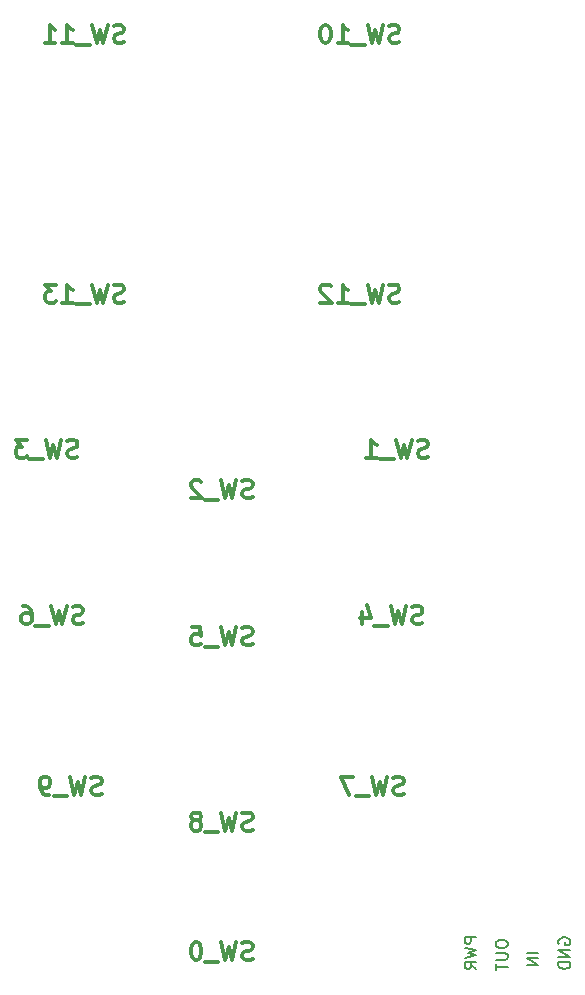
<source format=gbr>
G04 #@! TF.GenerationSoftware,KiCad,Pcbnew,(5.1.6)-1*
G04 #@! TF.CreationDate,2020-12-04T21:51:36-08:00*
G04 #@! TF.ProjectId,ReceiverCircuit,52656365-6976-4657-9243-697263756974,rev?*
G04 #@! TF.SameCoordinates,Original*
G04 #@! TF.FileFunction,Legend,Bot*
G04 #@! TF.FilePolarity,Positive*
%FSLAX46Y46*%
G04 Gerber Fmt 4.6, Leading zero omitted, Abs format (unit mm)*
G04 Created by KiCad (PCBNEW (5.1.6)-1) date 2020-12-04 21:51:36*
%MOMM*%
%LPD*%
G01*
G04 APERTURE LIST*
%ADD10C,0.150000*%
%ADD11C,0.300000*%
G04 APERTURE END LIST*
D10*
X92505280Y-142560800D02*
X92505280Y-142751276D01*
X92552900Y-142846514D01*
X92648138Y-142941752D01*
X92838614Y-142989371D01*
X93171947Y-142989371D01*
X93362423Y-142941752D01*
X93457661Y-142846514D01*
X93505280Y-142751276D01*
X93505280Y-142560800D01*
X93457661Y-142465561D01*
X93362423Y-142370323D01*
X93171947Y-142322704D01*
X92838614Y-142322704D01*
X92648138Y-142370323D01*
X92552900Y-142465561D01*
X92505280Y-142560800D01*
X92505280Y-143417942D02*
X93314804Y-143417942D01*
X93410042Y-143465561D01*
X93457661Y-143513180D01*
X93505280Y-143608419D01*
X93505280Y-143798895D01*
X93457661Y-143894133D01*
X93410042Y-143941752D01*
X93314804Y-143989371D01*
X92505280Y-143989371D01*
X92505280Y-144322704D02*
X92505280Y-144894133D01*
X93505280Y-144608419D02*
X92505280Y-144608419D01*
X96108780Y-143405290D02*
X95108780Y-143405290D01*
X96108780Y-143881480D02*
X95108780Y-143881480D01*
X96108780Y-144452909D01*
X95108780Y-144452909D01*
X90863680Y-142062366D02*
X89863680Y-142062366D01*
X89863680Y-142443319D01*
X89911300Y-142538557D01*
X89958919Y-142586176D01*
X90054157Y-142633795D01*
X90197014Y-142633795D01*
X90292252Y-142586176D01*
X90339871Y-142538557D01*
X90387490Y-142443319D01*
X90387490Y-142062366D01*
X89863680Y-142967128D02*
X90863680Y-143205223D01*
X90149395Y-143395700D01*
X90863680Y-143586176D01*
X89863680Y-143824271D01*
X90863680Y-144776652D02*
X90387490Y-144443319D01*
X90863680Y-144205223D02*
X89863680Y-144205223D01*
X89863680Y-144586176D01*
X89911300Y-144681414D01*
X89958919Y-144729033D01*
X90054157Y-144776652D01*
X90197014Y-144776652D01*
X90292252Y-144729033D01*
X90339871Y-144681414D01*
X90387490Y-144586176D01*
X90387490Y-144205223D01*
X97861500Y-142671895D02*
X97813880Y-142576657D01*
X97813880Y-142433800D01*
X97861500Y-142290942D01*
X97956738Y-142195704D01*
X98051976Y-142148085D01*
X98242452Y-142100466D01*
X98385309Y-142100466D01*
X98575785Y-142148085D01*
X98671023Y-142195704D01*
X98766261Y-142290942D01*
X98813880Y-142433800D01*
X98813880Y-142529038D01*
X98766261Y-142671895D01*
X98718642Y-142719514D01*
X98385309Y-142719514D01*
X98385309Y-142529038D01*
X98813880Y-143148085D02*
X97813880Y-143148085D01*
X98813880Y-143719514D01*
X97813880Y-143719514D01*
X98813880Y-144195704D02*
X97813880Y-144195704D01*
X97813880Y-144433800D01*
X97861500Y-144576657D01*
X97956738Y-144671895D01*
X98051976Y-144719514D01*
X98242452Y-144767133D01*
X98385309Y-144767133D01*
X98575785Y-144719514D01*
X98671023Y-144671895D01*
X98766261Y-144576657D01*
X98813880Y-144433800D01*
X98813880Y-144195704D01*
D11*
X71926031Y-132984037D02*
X71708317Y-133056608D01*
X71345460Y-133056608D01*
X71200317Y-132984037D01*
X71127745Y-132911465D01*
X71055174Y-132766322D01*
X71055174Y-132621180D01*
X71127745Y-132476037D01*
X71200317Y-132403465D01*
X71345460Y-132330894D01*
X71635745Y-132258322D01*
X71780888Y-132185751D01*
X71853460Y-132113180D01*
X71926031Y-131968037D01*
X71926031Y-131822894D01*
X71853460Y-131677751D01*
X71780888Y-131605180D01*
X71635745Y-131532608D01*
X71272888Y-131532608D01*
X71055174Y-131605180D01*
X70547174Y-131532608D02*
X70184317Y-133056608D01*
X69894031Y-131968037D01*
X69603745Y-133056608D01*
X69240888Y-131532608D01*
X69023174Y-133201751D02*
X67862031Y-133201751D01*
X67281460Y-132185751D02*
X67426602Y-132113180D01*
X67499174Y-132040608D01*
X67571745Y-131895465D01*
X67571745Y-131822894D01*
X67499174Y-131677751D01*
X67426602Y-131605180D01*
X67281460Y-131532608D01*
X66991174Y-131532608D01*
X66846031Y-131605180D01*
X66773460Y-131677751D01*
X66700888Y-131822894D01*
X66700888Y-131895465D01*
X66773460Y-132040608D01*
X66846031Y-132113180D01*
X66991174Y-132185751D01*
X67281460Y-132185751D01*
X67426602Y-132258322D01*
X67499174Y-132330894D01*
X67571745Y-132476037D01*
X67571745Y-132766322D01*
X67499174Y-132911465D01*
X67426602Y-132984037D01*
X67281460Y-133056608D01*
X66991174Y-133056608D01*
X66846031Y-132984037D01*
X66773460Y-132911465D01*
X66700888Y-132766322D01*
X66700888Y-132476037D01*
X66773460Y-132330894D01*
X66846031Y-132258322D01*
X66991174Y-132185751D01*
X71926031Y-143938037D02*
X71708317Y-144010608D01*
X71345460Y-144010608D01*
X71200317Y-143938037D01*
X71127745Y-143865465D01*
X71055174Y-143720322D01*
X71055174Y-143575180D01*
X71127745Y-143430037D01*
X71200317Y-143357465D01*
X71345460Y-143284894D01*
X71635745Y-143212322D01*
X71780888Y-143139751D01*
X71853460Y-143067180D01*
X71926031Y-142922037D01*
X71926031Y-142776894D01*
X71853460Y-142631751D01*
X71780888Y-142559180D01*
X71635745Y-142486608D01*
X71272888Y-142486608D01*
X71055174Y-142559180D01*
X70547174Y-142486608D02*
X70184317Y-144010608D01*
X69894031Y-142922037D01*
X69603745Y-144010608D01*
X69240888Y-142486608D01*
X69023174Y-144155751D02*
X67862031Y-144155751D01*
X67208888Y-142486608D02*
X67063745Y-142486608D01*
X66918602Y-142559180D01*
X66846031Y-142631751D01*
X66773460Y-142776894D01*
X66700888Y-143067180D01*
X66700888Y-143430037D01*
X66773460Y-143720322D01*
X66846031Y-143865465D01*
X66918602Y-143938037D01*
X67063745Y-144010608D01*
X67208888Y-144010608D01*
X67354031Y-143938037D01*
X67426602Y-143865465D01*
X67499174Y-143720322D01*
X67571745Y-143430037D01*
X67571745Y-143067180D01*
X67499174Y-142776894D01*
X67426602Y-142631751D01*
X67354031Y-142559180D01*
X67208888Y-142486608D01*
X86768231Y-101413037D02*
X86550517Y-101485608D01*
X86187660Y-101485608D01*
X86042517Y-101413037D01*
X85969945Y-101340465D01*
X85897374Y-101195322D01*
X85897374Y-101050180D01*
X85969945Y-100905037D01*
X86042517Y-100832465D01*
X86187660Y-100759894D01*
X86477945Y-100687322D01*
X86623088Y-100614751D01*
X86695660Y-100542180D01*
X86768231Y-100397037D01*
X86768231Y-100251894D01*
X86695660Y-100106751D01*
X86623088Y-100034180D01*
X86477945Y-99961608D01*
X86115088Y-99961608D01*
X85897374Y-100034180D01*
X85389374Y-99961608D02*
X85026517Y-101485608D01*
X84736231Y-100397037D01*
X84445945Y-101485608D01*
X84083088Y-99961608D01*
X83865374Y-101630751D02*
X82704231Y-101630751D01*
X81543088Y-101485608D02*
X82413945Y-101485608D01*
X81978517Y-101485608D02*
X81978517Y-99961608D01*
X82123660Y-100179322D01*
X82268802Y-100324465D01*
X82413945Y-100397037D01*
X71926031Y-104823137D02*
X71708317Y-104895708D01*
X71345460Y-104895708D01*
X71200317Y-104823137D01*
X71127745Y-104750565D01*
X71055174Y-104605422D01*
X71055174Y-104460280D01*
X71127745Y-104315137D01*
X71200317Y-104242565D01*
X71345460Y-104169994D01*
X71635745Y-104097422D01*
X71780888Y-104024851D01*
X71853460Y-103952280D01*
X71926031Y-103807137D01*
X71926031Y-103661994D01*
X71853460Y-103516851D01*
X71780888Y-103444280D01*
X71635745Y-103371708D01*
X71272888Y-103371708D01*
X71055174Y-103444280D01*
X70547174Y-103371708D02*
X70184317Y-104895708D01*
X69894031Y-103807137D01*
X69603745Y-104895708D01*
X69240888Y-103371708D01*
X69023174Y-105040851D02*
X67862031Y-105040851D01*
X67571745Y-103516851D02*
X67499174Y-103444280D01*
X67354031Y-103371708D01*
X66991174Y-103371708D01*
X66846031Y-103444280D01*
X66773460Y-103516851D01*
X66700888Y-103661994D01*
X66700888Y-103807137D01*
X66773460Y-104024851D01*
X67644317Y-104895708D01*
X66700888Y-104895708D01*
X57084231Y-101413037D02*
X56866517Y-101485608D01*
X56503660Y-101485608D01*
X56358517Y-101413037D01*
X56285945Y-101340465D01*
X56213374Y-101195322D01*
X56213374Y-101050180D01*
X56285945Y-100905037D01*
X56358517Y-100832465D01*
X56503660Y-100759894D01*
X56793945Y-100687322D01*
X56939088Y-100614751D01*
X57011660Y-100542180D01*
X57084231Y-100397037D01*
X57084231Y-100251894D01*
X57011660Y-100106751D01*
X56939088Y-100034180D01*
X56793945Y-99961608D01*
X56431088Y-99961608D01*
X56213374Y-100034180D01*
X55705374Y-99961608D02*
X55342517Y-101485608D01*
X55052231Y-100397037D01*
X54761945Y-101485608D01*
X54399088Y-99961608D01*
X54181374Y-101630751D02*
X53020231Y-101630751D01*
X52802517Y-99961608D02*
X51859088Y-99961608D01*
X52367088Y-100542180D01*
X52149374Y-100542180D01*
X52004231Y-100614751D01*
X51931660Y-100687322D01*
X51859088Y-100832465D01*
X51859088Y-101195322D01*
X51931660Y-101340465D01*
X52004231Y-101413037D01*
X52149374Y-101485608D01*
X52584802Y-101485608D01*
X52729945Y-101413037D01*
X52802517Y-101340465D01*
X86294231Y-115497037D02*
X86076517Y-115569608D01*
X85713660Y-115569608D01*
X85568517Y-115497037D01*
X85495945Y-115424465D01*
X85423374Y-115279322D01*
X85423374Y-115134180D01*
X85495945Y-114989037D01*
X85568517Y-114916465D01*
X85713660Y-114843894D01*
X86003945Y-114771322D01*
X86149088Y-114698751D01*
X86221660Y-114626180D01*
X86294231Y-114481037D01*
X86294231Y-114335894D01*
X86221660Y-114190751D01*
X86149088Y-114118180D01*
X86003945Y-114045608D01*
X85641088Y-114045608D01*
X85423374Y-114118180D01*
X84915374Y-114045608D02*
X84552517Y-115569608D01*
X84262231Y-114481037D01*
X83971945Y-115569608D01*
X83609088Y-114045608D01*
X83391374Y-115714751D02*
X82230231Y-115714751D01*
X81214231Y-114553608D02*
X81214231Y-115569608D01*
X81577088Y-113973037D02*
X81939945Y-115061608D01*
X80996517Y-115061608D01*
X71926031Y-117297037D02*
X71708317Y-117369608D01*
X71345460Y-117369608D01*
X71200317Y-117297037D01*
X71127745Y-117224465D01*
X71055174Y-117079322D01*
X71055174Y-116934180D01*
X71127745Y-116789037D01*
X71200317Y-116716465D01*
X71345460Y-116643894D01*
X71635745Y-116571322D01*
X71780888Y-116498751D01*
X71853460Y-116426180D01*
X71926031Y-116281037D01*
X71926031Y-116135894D01*
X71853460Y-115990751D01*
X71780888Y-115918180D01*
X71635745Y-115845608D01*
X71272888Y-115845608D01*
X71055174Y-115918180D01*
X70547174Y-115845608D02*
X70184317Y-117369608D01*
X69894031Y-116281037D01*
X69603745Y-117369608D01*
X69240888Y-115845608D01*
X69023174Y-117514751D02*
X67862031Y-117514751D01*
X66773460Y-115845608D02*
X67499174Y-115845608D01*
X67571745Y-116571322D01*
X67499174Y-116498751D01*
X67354031Y-116426180D01*
X66991174Y-116426180D01*
X66846031Y-116498751D01*
X66773460Y-116571322D01*
X66700888Y-116716465D01*
X66700888Y-117079322D01*
X66773460Y-117224465D01*
X66846031Y-117297037D01*
X66991174Y-117369608D01*
X67354031Y-117369608D01*
X67499174Y-117297037D01*
X67571745Y-117224465D01*
X57557231Y-115497037D02*
X57339517Y-115569608D01*
X56976660Y-115569608D01*
X56831517Y-115497037D01*
X56758945Y-115424465D01*
X56686374Y-115279322D01*
X56686374Y-115134180D01*
X56758945Y-114989037D01*
X56831517Y-114916465D01*
X56976660Y-114843894D01*
X57266945Y-114771322D01*
X57412088Y-114698751D01*
X57484660Y-114626180D01*
X57557231Y-114481037D01*
X57557231Y-114335894D01*
X57484660Y-114190751D01*
X57412088Y-114118180D01*
X57266945Y-114045608D01*
X56904088Y-114045608D01*
X56686374Y-114118180D01*
X56178374Y-114045608D02*
X55815517Y-115569608D01*
X55525231Y-114481037D01*
X55234945Y-115569608D01*
X54872088Y-114045608D01*
X54654374Y-115714751D02*
X53493231Y-115714751D01*
X52477231Y-114045608D02*
X52767517Y-114045608D01*
X52912660Y-114118180D01*
X52985231Y-114190751D01*
X53130374Y-114408465D01*
X53202945Y-114698751D01*
X53202945Y-115279322D01*
X53130374Y-115424465D01*
X53057802Y-115497037D01*
X52912660Y-115569608D01*
X52622374Y-115569608D01*
X52477231Y-115497037D01*
X52404660Y-115424465D01*
X52332088Y-115279322D01*
X52332088Y-114916465D01*
X52404660Y-114771322D01*
X52477231Y-114698751D01*
X52622374Y-114626180D01*
X52912660Y-114626180D01*
X53057802Y-114698751D01*
X53130374Y-114771322D01*
X53202945Y-114916465D01*
X84715231Y-129945037D02*
X84497517Y-130017608D01*
X84134660Y-130017608D01*
X83989517Y-129945037D01*
X83916945Y-129872465D01*
X83844374Y-129727322D01*
X83844374Y-129582180D01*
X83916945Y-129437037D01*
X83989517Y-129364465D01*
X84134660Y-129291894D01*
X84424945Y-129219322D01*
X84570088Y-129146751D01*
X84642660Y-129074180D01*
X84715231Y-128929037D01*
X84715231Y-128783894D01*
X84642660Y-128638751D01*
X84570088Y-128566180D01*
X84424945Y-128493608D01*
X84062088Y-128493608D01*
X83844374Y-128566180D01*
X83336374Y-128493608D02*
X82973517Y-130017608D01*
X82683231Y-128929037D01*
X82392945Y-130017608D01*
X82030088Y-128493608D01*
X81812374Y-130162751D02*
X80651231Y-130162751D01*
X80433517Y-128493608D02*
X79417517Y-128493608D01*
X80070660Y-130017608D01*
X59136231Y-129945037D02*
X58918517Y-130017608D01*
X58555660Y-130017608D01*
X58410517Y-129945037D01*
X58337945Y-129872465D01*
X58265374Y-129727322D01*
X58265374Y-129582180D01*
X58337945Y-129437037D01*
X58410517Y-129364465D01*
X58555660Y-129291894D01*
X58845945Y-129219322D01*
X58991088Y-129146751D01*
X59063660Y-129074180D01*
X59136231Y-128929037D01*
X59136231Y-128783894D01*
X59063660Y-128638751D01*
X58991088Y-128566180D01*
X58845945Y-128493608D01*
X58483088Y-128493608D01*
X58265374Y-128566180D01*
X57757374Y-128493608D02*
X57394517Y-130017608D01*
X57104231Y-128929037D01*
X56813945Y-130017608D01*
X56451088Y-128493608D01*
X56233374Y-130162751D02*
X55072231Y-130162751D01*
X54636802Y-130017608D02*
X54346517Y-130017608D01*
X54201374Y-129945037D01*
X54128802Y-129872465D01*
X53983660Y-129654751D01*
X53911088Y-129364465D01*
X53911088Y-128783894D01*
X53983660Y-128638751D01*
X54056231Y-128566180D01*
X54201374Y-128493608D01*
X54491660Y-128493608D01*
X54636802Y-128566180D01*
X54709374Y-128638751D01*
X54781945Y-128783894D01*
X54781945Y-129146751D01*
X54709374Y-129291894D01*
X54636802Y-129364465D01*
X54491660Y-129437037D01*
X54201374Y-129437037D01*
X54056231Y-129364465D01*
X53983660Y-129291894D01*
X53911088Y-129146751D01*
X84335945Y-66294037D02*
X84118231Y-66366608D01*
X83755374Y-66366608D01*
X83610231Y-66294037D01*
X83537660Y-66221465D01*
X83465088Y-66076322D01*
X83465088Y-65931180D01*
X83537660Y-65786037D01*
X83610231Y-65713465D01*
X83755374Y-65640894D01*
X84045660Y-65568322D01*
X84190802Y-65495751D01*
X84263374Y-65423180D01*
X84335945Y-65278037D01*
X84335945Y-65132894D01*
X84263374Y-64987751D01*
X84190802Y-64915180D01*
X84045660Y-64842608D01*
X83682802Y-64842608D01*
X83465088Y-64915180D01*
X82957088Y-64842608D02*
X82594231Y-66366608D01*
X82303945Y-65278037D01*
X82013660Y-66366608D01*
X81650802Y-64842608D01*
X81433088Y-66511751D02*
X80271945Y-66511751D01*
X79110802Y-66366608D02*
X79981660Y-66366608D01*
X79546231Y-66366608D02*
X79546231Y-64842608D01*
X79691374Y-65060322D01*
X79836517Y-65205465D01*
X79981660Y-65278037D01*
X78167374Y-64842608D02*
X78022231Y-64842608D01*
X77877088Y-64915180D01*
X77804517Y-64987751D01*
X77731945Y-65132894D01*
X77659374Y-65423180D01*
X77659374Y-65786037D01*
X77731945Y-66076322D01*
X77804517Y-66221465D01*
X77877088Y-66294037D01*
X78022231Y-66366608D01*
X78167374Y-66366608D01*
X78312517Y-66294037D01*
X78385088Y-66221465D01*
X78457660Y-66076322D01*
X78530231Y-65786037D01*
X78530231Y-65423180D01*
X78457660Y-65132894D01*
X78385088Y-64987751D01*
X78312517Y-64915180D01*
X78167374Y-64842608D01*
X61029345Y-66294037D02*
X60811631Y-66366608D01*
X60448774Y-66366608D01*
X60303631Y-66294037D01*
X60231060Y-66221465D01*
X60158488Y-66076322D01*
X60158488Y-65931180D01*
X60231060Y-65786037D01*
X60303631Y-65713465D01*
X60448774Y-65640894D01*
X60739060Y-65568322D01*
X60884202Y-65495751D01*
X60956774Y-65423180D01*
X61029345Y-65278037D01*
X61029345Y-65132894D01*
X60956774Y-64987751D01*
X60884202Y-64915180D01*
X60739060Y-64842608D01*
X60376202Y-64842608D01*
X60158488Y-64915180D01*
X59650488Y-64842608D02*
X59287631Y-66366608D01*
X58997345Y-65278037D01*
X58707060Y-66366608D01*
X58344202Y-64842608D01*
X58126488Y-66511751D02*
X56965345Y-66511751D01*
X55804202Y-66366608D02*
X56675060Y-66366608D01*
X56239631Y-66366608D02*
X56239631Y-64842608D01*
X56384774Y-65060322D01*
X56529917Y-65205465D01*
X56675060Y-65278037D01*
X54352774Y-66366608D02*
X55223631Y-66366608D01*
X54788202Y-66366608D02*
X54788202Y-64842608D01*
X54933345Y-65060322D01*
X55078488Y-65205465D01*
X55223631Y-65278037D01*
X84335945Y-88275737D02*
X84118231Y-88348308D01*
X83755374Y-88348308D01*
X83610231Y-88275737D01*
X83537660Y-88203165D01*
X83465088Y-88058022D01*
X83465088Y-87912880D01*
X83537660Y-87767737D01*
X83610231Y-87695165D01*
X83755374Y-87622594D01*
X84045660Y-87550022D01*
X84190802Y-87477451D01*
X84263374Y-87404880D01*
X84335945Y-87259737D01*
X84335945Y-87114594D01*
X84263374Y-86969451D01*
X84190802Y-86896880D01*
X84045660Y-86824308D01*
X83682802Y-86824308D01*
X83465088Y-86896880D01*
X82957088Y-86824308D02*
X82594231Y-88348308D01*
X82303945Y-87259737D01*
X82013660Y-88348308D01*
X81650802Y-86824308D01*
X81433088Y-88493451D02*
X80271945Y-88493451D01*
X79110802Y-88348308D02*
X79981660Y-88348308D01*
X79546231Y-88348308D02*
X79546231Y-86824308D01*
X79691374Y-87042022D01*
X79836517Y-87187165D01*
X79981660Y-87259737D01*
X78530231Y-86969451D02*
X78457660Y-86896880D01*
X78312517Y-86824308D01*
X77949660Y-86824308D01*
X77804517Y-86896880D01*
X77731945Y-86969451D01*
X77659374Y-87114594D01*
X77659374Y-87259737D01*
X77731945Y-87477451D01*
X78602802Y-88348308D01*
X77659374Y-88348308D01*
X61029345Y-88275737D02*
X60811631Y-88348308D01*
X60448774Y-88348308D01*
X60303631Y-88275737D01*
X60231060Y-88203165D01*
X60158488Y-88058022D01*
X60158488Y-87912880D01*
X60231060Y-87767737D01*
X60303631Y-87695165D01*
X60448774Y-87622594D01*
X60739060Y-87550022D01*
X60884202Y-87477451D01*
X60956774Y-87404880D01*
X61029345Y-87259737D01*
X61029345Y-87114594D01*
X60956774Y-86969451D01*
X60884202Y-86896880D01*
X60739060Y-86824308D01*
X60376202Y-86824308D01*
X60158488Y-86896880D01*
X59650488Y-86824308D02*
X59287631Y-88348308D01*
X58997345Y-87259737D01*
X58707060Y-88348308D01*
X58344202Y-86824308D01*
X58126488Y-88493451D02*
X56965345Y-88493451D01*
X55804202Y-88348308D02*
X56675060Y-88348308D01*
X56239631Y-88348308D02*
X56239631Y-86824308D01*
X56384774Y-87042022D01*
X56529917Y-87187165D01*
X56675060Y-87259737D01*
X55296202Y-86824308D02*
X54352774Y-86824308D01*
X54860774Y-87404880D01*
X54643060Y-87404880D01*
X54497917Y-87477451D01*
X54425345Y-87550022D01*
X54352774Y-87695165D01*
X54352774Y-88058022D01*
X54425345Y-88203165D01*
X54497917Y-88275737D01*
X54643060Y-88348308D01*
X55078488Y-88348308D01*
X55223631Y-88275737D01*
X55296202Y-88203165D01*
M02*

</source>
